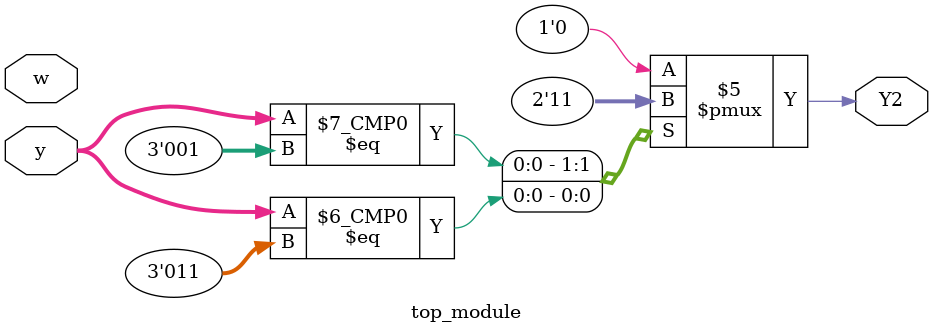
<source format=sv>
module top_module(
    input [3:1] y,
    input w,
    output reg Y2);
    
    always @(*) begin
        case(y)
            3'b000: Y2 = 1'b0; // A
            3'b001: Y2 = 1'b1; // B
            3'b010: Y2 = 1'b0; // C
            3'b011: Y2 = 1'b1; // D
            3'b100: Y2 = 1'b0; // E
            3'b101: Y2 = 1'b0; // F
            default: Y2 = 1'b0; // Default case
        endcase
    end
    
endmodule

</source>
